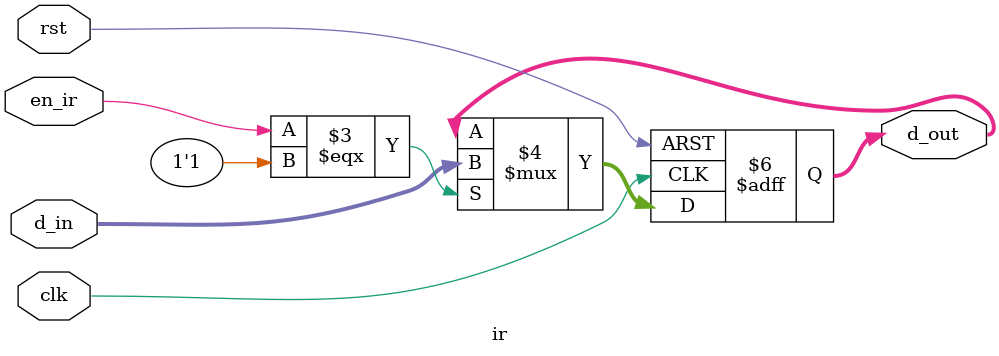
<source format=v>

module ir(
          clk,
          rst,
          d_in,
          d_out,
	  en_ir
          );
   
   input wire rst;
   input wire clk;
   input wire en_ir;
   input wire [15:0] d_in;
   
   output reg [15:0] d_out;
   
   always @(posedge clk or negedge rst)
     begin
	if(rst === 1'b0)
	  begin
	     d_out <= 'h0;
	  end
	else
	  if(en_ir === 1'b1)
	    begin
	       d_out <= d_in;
	    end
     end
   
endmodule

</source>
